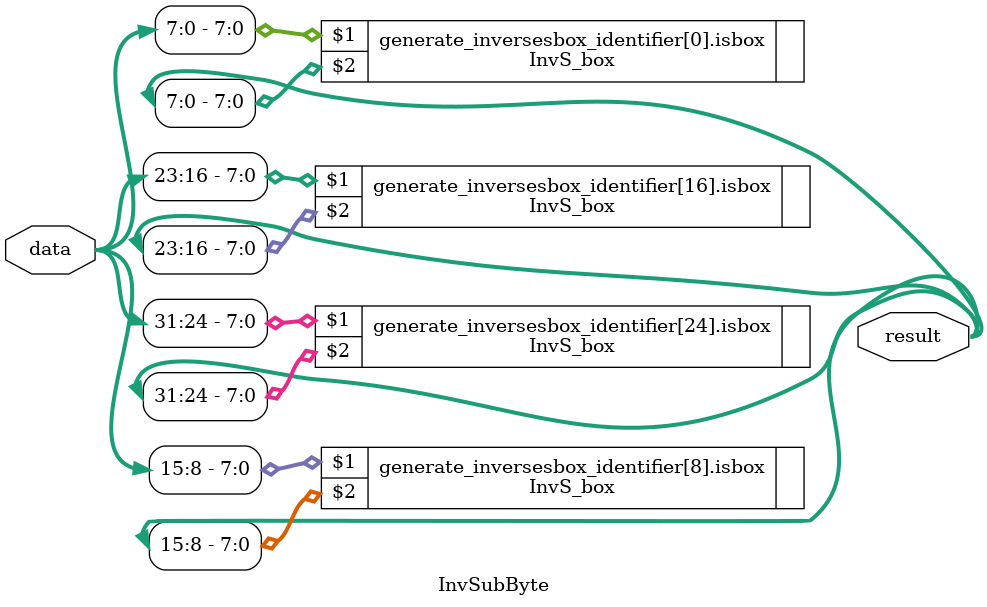
<source format=v>
module InvSubByte(
		input wire [31:0] data,
		output wire [31:0] result
		);

genvar i;
genvar j;
generate		
	for(i=0; i<=31; i=i+8) begin : generate_inversesbox_identifier
		InvS_box isbox(data[i +:8] , result[i +:8]);
	end
endgenerate
endmodule	
</source>
